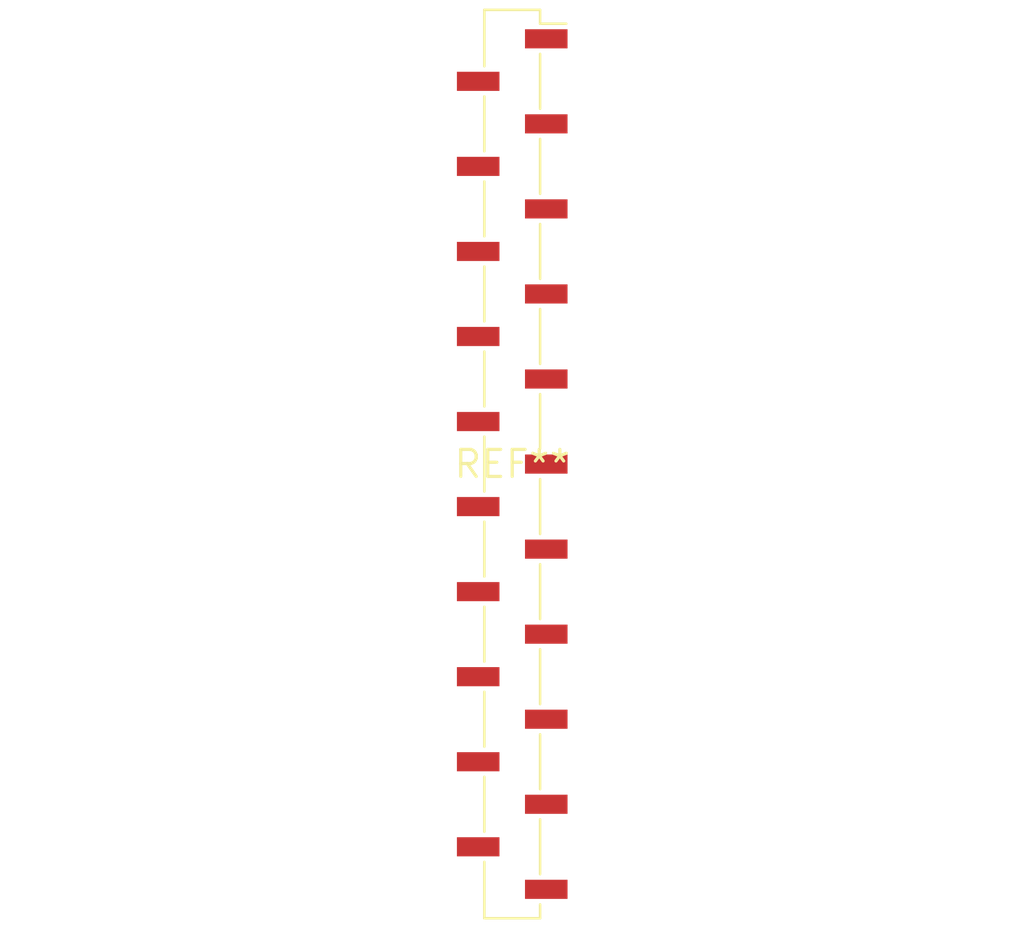
<source format=kicad_pcb>
(kicad_pcb (version 20240108) (generator pcbnew)
  (layers (0 "F.Cu" signal) (31 "B.Cu" signal) (34 "B.Paste" user) (35 "F.Paste" user) (36 "B.SilkS" user "B.Silkscreen") (37 "F.SilkS" user "F.Silkscreen") (38 "B.Mask" user) (39 "F.Mask" user) (44 "Edge.Cuts" user))
  (net 0 "")
  (footprint "PinSocket_1x21_P2.00mm_Vertical_SMD_Pin1Right" (layer "F.Cu") (at 0 0)
    (property "Reference" "REF**")
    (property "Value" "PinSocket_1x21_P2.00mm_Vertical_SMD_Pin1Right")
    (fp_line (start -1.31 -21.36) (end -1.31 -18.71) (layer "F.SilkS") (stroke (width 0.12)))
    (fp_line (start -1.31 -21.36) (end 1.31 -21.36) (layer "F.SilkS") (stroke (width 0.12)))
    (fp_line (start -1.31 -17.29) (end -1.31 -14.71) (layer "F.SilkS") (stroke (width 0.12)))
    (fp_line (start -1.31 -13.29) (end -1.31 -10.71) (layer "F.SilkS") (stroke (width 0.12)))
    (fp_line (start -1.31 -9.29) (end -1.31 -6.71) (layer "F.SilkS") (stroke (width 0.12)))
    (fp_line (start -1.31 -5.29) (end -1.31 -2.71) (layer "F.SilkS") (stroke (width 0.12)))
    (fp_line (start -1.31 -1.29) (end -1.31 1.29) (layer "F.SilkS") (stroke (width 0.12)))
    (fp_line (start -1.31 2.71) (end -1.31 5.29) (layer "F.SilkS") (stroke (width 0.12)))
    (fp_line (start -1.31 6.71) (end -1.31 9.29) (layer "F.SilkS") (stroke (width 0.12)))
    (fp_line (start -1.31 10.71) (end -1.31 13.29) (layer "F.SilkS") (stroke (width 0.12)))
    (fp_line (start -1.31 14.71) (end -1.31 17.29) (layer "F.SilkS") (stroke (width 0.12)))
    (fp_line (start -1.31 18.71) (end -1.31 21.36) (layer "F.SilkS") (stroke (width 0.12)))
    (fp_line (start -1.31 21.36) (end 1.31 21.36) (layer "F.SilkS") (stroke (width 0.12)))
    (fp_line (start 1.31 -21.36) (end 1.31 -20.71) (layer "F.SilkS") (stroke (width 0.12)))
    (fp_line (start 1.31 -20.71) (end 2.54 -20.71) (layer "F.SilkS") (stroke (width 0.12)))
    (fp_line (start 1.31 -19.29) (end 1.31 -16.71) (layer "F.SilkS") (stroke (width 0.12)))
    (fp_line (start 1.31 -15.29) (end 1.31 -12.71) (layer "F.SilkS") (stroke (width 0.12)))
    (fp_line (start 1.31 -11.29) (end 1.31 -8.71) (layer "F.SilkS") (stroke (width 0.12)))
    (fp_line (start 1.31 -7.29) (end 1.31 -4.71) (layer "F.SilkS") (stroke (width 0.12)))
    (fp_line (start 1.31 -3.29) (end 1.31 -0.71) (layer "F.SilkS") (stroke (width 0.12)))
    (fp_line (start 1.31 0.71) (end 1.31 3.29) (layer "F.SilkS") (stroke (width 0.12)))
    (fp_line (start 1.31 4.71) (end 1.31 7.29) (layer "F.SilkS") (stroke (width 0.12)))
    (fp_line (start 1.31 8.71) (end 1.31 11.29) (layer "F.SilkS") (stroke (width 0.12)))
    (fp_line (start 1.31 12.71) (end 1.31 15.29) (layer "F.SilkS") (stroke (width 0.12)))
    (fp_line (start 1.31 16.71) (end 1.31 19.29) (layer "F.SilkS") (stroke (width 0.12)))
    (fp_line (start 1.31 20.71) (end 1.31 21.36) (layer "F.SilkS") (stroke (width 0.12)))
    (pad "1" smd rect (at 1.6 -20) (size 2 0.9) (layers "F.Cu" "F.Paste" "F.Mask"))
    (pad "2" smd rect (at -1.6 -18) (size 2 0.9) (layers "F.Cu" "F.Paste" "F.Mask"))
    (pad "3" smd rect (at 1.6 -16) (size 2 0.9) (layers "F.Cu" "F.Paste" "F.Mask"))
    (pad "4" smd rect (at -1.6 -14) (size 2 0.9) (layers "F.Cu" "F.Paste" "F.Mask"))
    (pad "5" smd rect (at 1.6 -12) (size 2 0.9) (layers "F.Cu" "F.Paste" "F.Mask"))
    (pad "6" smd rect (at -1.6 -10) (size 2 0.9) (layers "F.Cu" "F.Paste" "F.Mask"))
    (pad "7" smd rect (at 1.6 -8) (size 2 0.9) (layers "F.Cu" "F.Paste" "F.Mask"))
    (pad "8" smd rect (at -1.6 -6) (size 2 0.9) (layers "F.Cu" "F.Paste" "F.Mask"))
    (pad "9" smd rect (at 1.6 -4) (size 2 0.9) (layers "F.Cu" "F.Paste" "F.Mask"))
    (pad "10" smd rect (at -1.6 -2) (size 2 0.9) (layers "F.Cu" "F.Paste" "F.Mask"))
    (pad "11" smd rect (at 1.6 0) (size 2 0.9) (layers "F.Cu" "F.Paste" "F.Mask"))
    (pad "12" smd rect (at -1.6 2) (size 2 0.9) (layers "F.Cu" "F.Paste" "F.Mask"))
    (pad "13" smd rect (at 1.6 4) (size 2 0.9) (layers "F.Cu" "F.Paste" "F.Mask"))
    (pad "14" smd rect (at -1.6 6) (size 2 0.9) (layers "F.Cu" "F.Paste" "F.Mask"))
    (pad "15" smd rect (at 1.6 8) (size 2 0.9) (layers "F.Cu" "F.Paste" "F.Mask"))
    (pad "16" smd rect (at -1.6 10) (size 2 0.9) (layers "F.Cu" "F.Paste" "F.Mask"))
    (pad "17" smd rect (at 1.6 12) (size 2 0.9) (layers "F.Cu" "F.Paste" "F.Mask"))
    (pad "18" smd rect (at -1.6 14) (size 2 0.9) (layers "F.Cu" "F.Paste" "F.Mask"))
    (pad "19" smd rect (at 1.6 16) (size 2 0.9) (layers "F.Cu" "F.Paste" "F.Mask"))
    (pad "20" smd rect (at -1.6 18) (size 2 0.9) (layers "F.Cu" "F.Paste" "F.Mask"))
    (pad "21" smd rect (at 1.6 20) (size 2 0.9) (layers "F.Cu" "F.Paste" "F.Mask"))
  )
)
</source>
